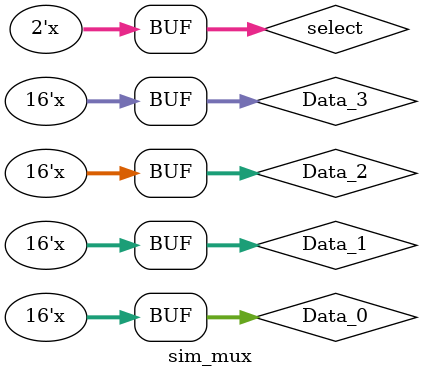
<source format=v>
`timescale 1ns / 1ps


module sim_mux();
    reg [15:0] Data_0;
    reg [15:0] Data_1;
    reg [15:0] Data_2;
    reg [15:0] Data_3;
    reg [1:0] select;
    wire [15:0] Data_out;
    
    initial begin
        Data_0 = 0;
        Data_1 = 8'b 00001111;
		Data_2 = 8'b 11110000;
		Data_3 = 8'b 11111111;
        select = 0;
    end
    
    always begin
        #5;
		Data_0 = Data_0 + 1;
        Data_1 = Data_1 - 1;
		Data_2 = Data_2 + 1;
        Data_3 = Data_3 - 1;
        select = select + 1;
    end
    
    Mux_2 #(.WIDTH(16)) Mux_2_test(Data_0,Data_1,Data_2,Data_3,select,Data_out);
endmodule

</source>
